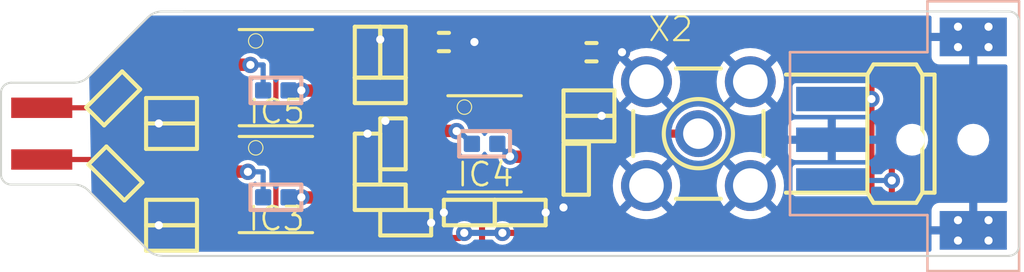
<source format=kicad_pcb>
(kicad_pcb (version 20211014) (generator pcbnew)
  (layers (0 "F.Cu" signal) (31 "B.Cu" signal) (34 "B.Paste" user) (35 "F.Paste" user) (36 "B.SilkS" user "B.Silkscreen") (37 "F.SilkS" user "F.Silkscreen") (38 "B.Mask" user) (39 "F.Mask" user) (44 "Edge.Cuts" user))
  (net 0 "")
  (net 2 "Net-(IC3-Pad2)")
  (net 3 "Net-(X2-Pad1)")
  (net 4 "GND")
  (net 6 "V+")
  (net 7 "V-")
  (net 8 "Net-(IC3-Pad6)")
  (net 11 "Net-(IC4-Pad2)")
  (net 12 "Net-(IC4-Pad3)")
  (net 14 "Net-(IC4-Pad6)")
  (net 17 "Net-(IC5-Pad2)")
  (net 19 "Net-(IC5-Pad6)")
  (net 21 "Net-(J3-PadP$1)")
  (net 22 "Net-(J3-PadP$2)")
  (net 23 "Net-(R20-PadP$2)")
  (net 24 "Net-(R28-PadP$2)")
  (footprint "diff-probe:0402-SQUARE" (layer "F.Cu") (at 129.008058 96.271942 45)
    (fp_text reference "R28")
    (fp_text value "150Ω" hide)
    (fp_line (start 1.25 0.625) (end 1.25 -0.625) (layer "F.SilkS") (width 0.2))
    (fp_line (start -1.25 0.625) (end 1.25 0.625) (layer "F.SilkS") (width 0.2))
    (fp_line (start 1.25 -0.625) (end -1.25 -0.625) (layer "F.SilkS") (width 0.2))
    (fp_line (start -1.25 -0.625) (end -1.25 0.625) (layer "F.SilkS") (width 0.2))
    (pad "P$1" smd roundrect (at -0.625 0 45) (size 0.8 0.8) (layers "F.Cu" "F.Paste" "F.Mask") (roundrect_rratio 0.125) (net 22 "Net-(J3-PadP$2)"))
    (pad "P$2" smd roundrect (at 0.625 0 225) (size 0.8 0.8) (layers "F.Cu" "F.Paste" "F.Mask") (roundrect_rratio 0.125) (net 24 "Net-(R28-PadP$2)"))
  )
  (footprint "diff-probe:CARD_EDGE_PADS-1X2" (layer "F.Cu") (at 125.5011 98.0036 90)
    (fp_text reference "J3" hide)
    (fp_text value "HEADER-1X2CARD-EDGE" hide)
    (pad "P$1" smd rect (at -1.27 0) (size 3 1) (layers "F.Cu" "F.Paste" "F.Mask") (net 21 "Net-(J3-PadP$1)"))
    (pad "P$2" smd rect (at 1.27 0) (size 3 1) (layers "F.Cu" "F.Paste" "F.Mask") (net 22 "Net-(J3-PadP$2)"))
  )
  (footprint "diff-probe:0402-SQUARE" (layer "F.Cu") (at 131.8761 96.8786)
    (fp_text reference "C19")
    (fp_text value "10nF" hide)
    (fp_line (start 1.25 -0.625) (end -1.25 -0.625) (layer "F.SilkS") (width 0.2))
    (fp_line (start -1.25 0.625) (end 1.25 0.625) (layer "F.SilkS") (width 0.2))
    (fp_line (start 1.25 0.625) (end 1.25 -0.625) (layer "F.SilkS") (width 0.2))
    (fp_line (start -1.25 -0.625) (end -1.25 0.625) (layer "F.SilkS") (width 0.2))
    (pad "P$1" smd roundrect (at -0.625 0) (size 0.8 0.8) (layers "F.Cu" "F.Paste" "F.Mask") (roundrect_rratio 0.125) (net 4 "GND"))
    (pad "P$2" smd roundrect (at 0.625 0 180) (size 0.8 0.8) (layers "F.Cu" "F.Paste" "F.Mask") (roundrect_rratio 0.125) (net 7 "V-"))
  )
  (footprint "diff-probe:0402-SQUARE" (layer "F.Cu") (at 131.8761 98.1286)
    (fp_text reference "C20")
    (fp_text value "10nF" hide)
    (fp_line (start -1.25 -0.625) (end -1.25 0.625) (layer "F.SilkS") (width 0.2))
    (fp_line (start -1.25 0.625) (end 1.25 0.625) (layer "F.SilkS") (width 0.2))
    (fp_line (start 1.25 -0.625) (end -1.25 -0.625) (layer "F.SilkS") (width 0.2))
    (fp_line (start 1.25 0.625) (end 1.25 -0.625) (layer "F.SilkS") (width 0.2))
    (pad "P$1" smd roundrect (at -0.625 0) (size 0.8 0.8) (layers "F.Cu" "F.Paste" "F.Mask") (roundrect_rratio 0.125) (net 4 "GND"))
    (pad "P$2" smd roundrect (at 0.625 0 180) (size 0.8 0.8) (layers "F.Cu" "F.Paste" "F.Mask") (roundrect_rratio 0.125) (net 7 "V-"))
  )
  (footprint "diff-probe:0402-SQUARE" (layer "F.Cu") (at 149.0011 101.8786 180)
    (fp_text reference "C24")
    (fp_text value "10nF" hide)
    (fp_line (start -1.25 -0.625) (end -1.25 0.625) (layer "F.SilkS") (width 0.2))
    (fp_line (start 1.25 0.625) (end 1.25 -0.625) (layer "F.SilkS") (width 0.2))
    (fp_line (start 1.25 -0.625) (end -1.25 -0.625) (layer "F.SilkS") (width 0.2))
    (fp_line (start -1.25 0.625) (end 1.25 0.625) (layer "F.SilkS") (width 0.2))
    (pad "P$1" smd roundrect (at -0.625 0 180) (size 0.8 0.8) (layers "F.Cu" "F.Paste" "F.Mask") (roundrect_rratio 0.125) (net 4 "GND"))
    (pad "P$2" smd roundrect (at 0.625 0) (size 0.8 0.8) (layers "F.Cu" "F.Paste" "F.Mask") (roundrect_rratio 0.125) (net 7 "V-"))
  )
  (footprint "diff-probe:0402-SQUARE" (layer "F.Cu") (at 129.12 99.96 -45)
    (fp_text reference "R20")
    (fp_text value "150Ω" hide)
    (fp_line (start -1.25 -0.625) (end -1.25 0.625) (layer "F.SilkS") (width 0.2))
    (fp_line (start -1.25 0.625) (end 1.25 0.625) (layer "F.SilkS") (width 0.2))
    (fp_line (start 1.25 -0.625) (end -1.25 -0.625) (layer "F.SilkS") (width 0.2))
    (fp_line (start 1.25 0.625) (end 1.25 -0.625) (layer "F.SilkS") (width 0.2))
    (pad "P$1" smd roundrect (at -0.625 0 315) (size 0.8 0.8) (layers "F.Cu" "F.Paste" "F.Mask") (roundrect_rratio 0.125) (net 21 "Net-(J3-PadP$1)"))
    (pad "P$2" smd roundrect (at 0.625 0 135) (size 0.8 0.8) (layers "F.Cu" "F.Paste" "F.Mask") (roundrect_rratio 0.125) (net 23 "Net-(R20-PadP$2)"))
  )
  (footprint "diff-probe:SO08" (layer "F.Cu") (at 137.0011 100.5036 -90)
    (fp_text reference "IC3" (at 2.3464 1.4411) (layer "F.SilkS") (effects (font (size 1.143 1.143) (thickness 0.127)) (justify left bottom)))
    (fp_text value "LMH6702")
    (fp_line (start 2.362 1.803) (end 2.362 -1.803) (layer "F.SilkS") (width 0.1524))
    (fp_line (start -2.362 -1.803) (end -2.362 1.803) (layer "F.SilkS") (width 0.1524))
    (fp_circle (center -1.8034 0.9906) (end -1.4478 0.9906) (layer "F.SilkS") (width 0.0508) (fill none))
    (pad "1" smd rect (at -1.905 2.6162 270) (size 0.6096 2.2098) (layers "F.Cu" "F.Paste" "F.Mask"))
    (pad "2" smd rect (at -0.635 2.6162 270) (size 0.6096 2.2098) (layers "F.Cu" "F.Paste" "F.Mask") (net 2 "Net-(IC3-Pad2)"))
    (pad "3" smd rect (at 0.635 2.6162 270) (size 0.6096 2.2098) (layers "F.Cu" "F.Paste" "F.Mask") (net 23 "Net-(R20-PadP$2)"))
    (pad "4" smd rect (at 1.905 2.6162 270) (size 0.6096 2.2098) (layers "F.Cu" "F.Paste" "F.Mask") (net 7 "V-"))
    (pad "5" smd rect (at 1.905 -2.6162 270) (size 0.6096 2.2098) (layers "F.Cu" "F.Paste" "F.Mask"))
    (pad "6" smd rect (at 0.635 -2.6162 270) (size 0.6096 2.2098) (layers "F.Cu" "F.Paste" "F.Mask") (net 8 "Net-(IC3-Pad6)"))
    (pad "7" smd rect (at -0.635 -2.6162 270) (size 0.6096 2.2098) (layers "F.Cu" "F.Paste" "F.Mask") (net 6 "V+"))
    (pad "8" smd rect (at -1.905 -2.6162 270) (size 0.6096 2.2098) (layers "F.Cu" "F.Paste" "F.Mask"))
  )
  (footprint "diff-probe:0402-SQUARE" (layer "F.Cu") (at 143.3761 102.3786)
    (fp_text reference "R26")
    (fp_text value "220Ω" hide)
    (fp_line (start 1.25 -0.625) (end -1.25 -0.625) (layer "F.SilkS") (width 0.2))
    (fp_line (start -1.25 -0.625) (end -1.25 0.625) (layer "F.SilkS") (width 0.2))
    (fp_line (start -1.25 0.625) (end 1.25 0.625) (layer "F.SilkS") (width 0.2))
    (fp_line (start 1.25 0.625) (end 1.25 -0.625) (layer "F.SilkS") (width 0.2))
    (pad "P$1" smd roundrect (at -0.625 0) (size 0.8 0.8) (layers "F.Cu" "F.Paste" "F.Mask") (roundrect_rratio 0.125) (net 12 "Net-(IC4-Pad3)"))
    (pad "P$2" smd roundrect (at 0.625 0 180) (size 0.8 0.8) (layers "F.Cu" "F.Paste" "F.Mask") (roundrect_rratio 0.125) (net 4 "GND"))
  )
  (footprint "diff-probe:0402-SQUARE" (layer "F.Cu") (at 151.7511 99.7536 -90)
    (fp_text reference "R30")
    (fp_text value "50Ω" hide)
    (fp_line (start -1.25 0.625) (end 1.25 0.625) (layer "F.SilkS") (width 0.2))
    (fp_line (start -1.25 -0.625) (end -1.25 0.625) (layer "F.SilkS") (width 0.2))
    (fp_line (start 1.25 0.625) (end 1.25 -0.625) (layer "F.SilkS") (width 0.2))
    (fp_line (start 1.25 -0.625) (end -1.25 -0.625) (layer "F.SilkS") (width 0.2))
    (pad "P$1" smd roundrect (at -0.625 0 270) (size 0.8 0.8) (layers "F.Cu" "F.Paste" "F.Mask") (roundrect_rratio 0.125) (net 14 "Net-(IC4-Pad6)"))
    (pad "P$2" smd roundrect (at 0.625 0 90) (size 0.8 0.8) (layers "F.Cu" "F.Paste" "F.Mask") (roundrect_rratio 0.125) (net 3 "Net-(X2-Pad1)"))
  )
  (footprint "diff-probe:0402-SQUARE" (layer "F.Cu") (at 131.8761 103.1286)
    (fp_text reference "C22")
    (fp_text value "10nF" hide)
    (fp_line (start -1.25 -0.625) (end -1.25 0.625) (layer "F.SilkS") (width 0.2))
    (fp_line (start 1.25 -0.625) (end -1.25 -0.625) (layer "F.SilkS") (width 0.2))
    (fp_line (start -1.25 0.625) (end 1.25 0.625) (layer "F.SilkS") (width 0.2))
    (fp_line (start 1.25 0.625) (end 1.25 -0.625) (layer "F.SilkS") (width 0.2))
    (pad "P$1" smd roundrect (at -0.625 0) (size 0.8 0.8) (layers "F.Cu" "F.Paste" "F.Mask") (roundrect_rratio 0.125) (net 4 "GND"))
    (pad "P$2" smd roundrect (at 0.625 0 180) (size 0.8 0.8) (layers "F.Cu" "F.Paste" "F.Mask") (roundrect_rratio 0.125) (net 7 "V-"))
  )
  (footprint "diff-probe:0402-SQUARE" (layer "F.Cu") (at 152.3761 97.7536)
    (fp_text reference "C18")
    (fp_text value "10nF" hide)
    (fp_line (start 1.25 -0.625) (end -1.25 -0.625) (layer "F.SilkS") (width 0.2))
    (fp_line (start 1.25 0.625) (end 1.25 -0.625) (layer "F.SilkS") (width 0.2))
    (fp_line (start -1.25 0.625) (end 1.25 0.625) (layer "F.SilkS") (width 0.2))
    (fp_line (start -1.25 -0.625) (end -1.25 0.625) (layer "F.SilkS") (width 0.2))
    (pad "P$1" smd roundrect (at -0.625 0) (size 0.8 0.8) (layers "F.Cu" "F.Paste" "F.Mask") (roundrect_rratio 0.125) (net 6 "V+"))
    (pad "P$2" smd roundrect (at 0.625 0 180) (size 0.8 0.8) (layers "F.Cu" "F.Paste" "F.Mask") (roundrect_rratio 0.125) (net 4 "GND"))
  )
  (footprint "diff-probe:0402-SQUARE" (layer "F.Cu") (at 152.3761 96.5036)
    (fp_text reference "C17")
    (fp_text value "10nF" hide)
    (fp_line (start 1.25 0.625) (end 1.25 -0.625) (layer "F.SilkS") (width 0.2))
    (fp_line (start 1.25 -0.625) (end -1.25 -0.625) (layer "F.SilkS") (width 0.2))
    (fp_line (start -1.25 0.625) (end 1.25 0.625) (layer "F.SilkS") (width 0.2))
    (fp_line (start -1.25 -0.625) (end -1.25 0.625) (layer "F.SilkS") (width 0.2))
    (pad "P$1" smd roundrect (at -0.625 0) (size 0.8 0.8) (layers "F.Cu" "F.Paste" "F.Mask") (roundrect_rratio 0.125) (net 6 "V+"))
    (pad "P$2" smd roundrect (at 0.625 0 180) (size 0.8 0.8) (layers "F.Cu" "F.Paste" "F.Mask") (roundrect_rratio 0.125) (net 4 "GND"))
  )
  (footprint "diff-probe:0402-SQUARE" (layer "F.Cu") (at 141.5011 99.2536 90)
    (fp_text reference "C16")
    (fp_text value "10nF" hide)
    (fp_line (start -1.25 -0.625) (end -1.25 0.625) (layer "F.SilkS") (width 0.2))
    (fp_line (start -1.25 0.625) (end 1.25 0.625) (layer "F.SilkS") (width 0.2))
    (fp_line (start 1.25 0.625) (end 1.25 -0.625) (layer "F.SilkS") (width 0.2))
    (fp_line (start 1.25 -0.625) (end -1.25 -0.625) (layer "F.SilkS") (width 0.2))
    (pad "P$1" smd roundrect (at -0.625 0 90) (size 0.8 0.8) (layers "F.Cu" "F.Paste" "F.Mask") (roundrect_rratio 0.125) (net 6 "V+"))
    (pad "P$2" smd roundrect (at 0.625 0 270) (size 0.8 0.8) (layers "F.Cu" "F.Paste" "F.Mask") (roundrect_rratio 0.125) (net 4 "GND"))
  )
  (footprint "diff-probe:0402-SQUARE" (layer "F.Cu") (at 142.1261 101.1286)
    (fp_text reference "R22")
    (fp_text value "1.1kΩ" hide)
    (fp_line (start -1.25 0.625) (end 1.25 0.625) (layer "F.SilkS") (width 0.2))
    (fp_line (start -1.25 -0.625) (end -1.25 0.625) (layer "F.SilkS") (width 0.2))
    (fp_line (start 1.25 0.625) (end 1.25 -0.625) (layer "F.SilkS") (width 0.2))
    (fp_line (start 1.25 -0.625) (end -1.25 -0.625) (layer "F.SilkS") (width 0.2))
    (pad "P$1" smd roundrect (at -0.625 0) (size 0.8 0.8) (layers "F.Cu" "F.Paste" "F.Mask") (roundrect_rratio 0.125) (net 8 "Net-(IC3-Pad6)"))
    (pad "P$2" smd roundrect (at 0.625 0 180) (size 0.8 0.8) (layers "F.Cu" "F.Paste" "F.Mask") (roundrect_rratio 0.125) (net 12 "Net-(IC4-Pad3)"))
  )
  (footprint "diff-probe:0402-SQUARE" (layer "F.Cu") (at 131.8761 101.8786)
    (fp_text reference "C21")
    (fp_text value "10nF" hide)
    (fp_line (start 1.25 0.625) (end 1.25 -0.625) (layer "F.SilkS") (width 0.2))
    (fp_line (start -1.25 0.625) (end 1.25 0.625) (layer "F.SilkS") (width 0.2))
    (fp_line (start -1.25 -0.625) (end -1.25 0.625) (layer "F.SilkS") (width 0.2))
    (fp_line (start 1.25 -0.625) (end -1.25 -0.625) (layer "F.SilkS") (width 0.2))
    (pad "P$1" smd roundrect (at -0.625 0) (size 0.8 0.8) (layers "F.Cu" "F.Paste" "F.Mask") (roundrect_rratio 0.125) (net 4 "GND"))
    (pad "P$2" smd roundrect (at 0.625 0 180) (size 0.8 0.8) (layers "F.Cu" "F.Paste" "F.Mask") (roundrect_rratio 0.125) (net 7 "V-"))
  )
  (footprint "diff-probe:0402-SQUARE" (layer "F.Cu") (at 141.5011 94.0036 90)
    (fp_text reference "C13")
    (fp_text value "10nF" hide)
    (fp_line (start -1.25 -0.625) (end -1.25 0.625) (layer "F.SilkS") (width 0.2))
    (fp_line (start 1.25 0.625) (end 1.25 -0.625) (layer "F.SilkS") (width 0.2))
    (fp_line (start -1.25 0.625) (end 1.25 0.625) (layer "F.SilkS") (width 0.2))
    (fp_line (start 1.25 -0.625) (end -1.25 -0.625) (layer "F.SilkS") (width 0.2))
    (pad "P$1" smd roundrect (at -0.625 0 90) (size 0.8 0.8) (layers "F.Cu" "F.Paste" "F.Mask") (roundrect_rratio 0.125) (net 6 "V+"))
    (pad "P$2" smd roundrect (at 0.625 0 270) (size 0.8 0.8) (layers "F.Cu" "F.Paste" "F.Mask") (roundrect_rratio 0.125) (net 4 "GND"))
  )
  (footprint "diff-probe:SO08" (layer "F.Cu") (at 137.0011 95.2536 -90)
    (fp_text reference "IC5" (at 2.3364 1.4211) (layer "F.SilkS") (effects (font (size 1.143 1.143) (thickness 0.127)) (justify left bottom)))
    (fp_text value "LMH6702")
    (fp_line (start 2.362 1.803) (end 2.362 -1.803) (layer "F.SilkS") (width 0.1524))
    (fp_line (start -2.362 -1.803) (end -2.362 1.803) (layer "F.SilkS") (width 0.1524))
    (fp_circle (center -1.8034 0.9906) (end -1.4478 0.9906) (layer "F.SilkS") (width 0.0508) (fill none))
    (pad "1" smd rect (at -1.905 2.6162 270) (size 0.6096 2.2098) (layers "F.Cu" "F.Paste" "F.Mask"))
    (pad "2" smd rect (at -0.635 2.6162 270) (size 0.6096 2.2098) (layers "F.Cu" "F.Paste" "F.Mask") (net 17 "Net-(IC5-Pad2)"))
    (pad "3" smd rect (at 0.635 2.6162 270) (size 0.6096 2.2098) (layers "F.Cu" "F.Paste" "F.Mask") (net 24 "Net-(R28-PadP$2)"))
    (pad "4" smd rect (at 1.905 2.6162 270) (size 0.6096 2.2098) (layers "F.Cu" "F.Paste" "F.Mask") (net 7 "V-"))
    (pad "5" smd rect (at 1.905 -2.6162 270) (size 0.6096 2.2098) (layers "F.Cu" "F.Paste" "F.Mask"))
    (pad "6" smd rect (at 0.635 -2.6162 270) (size 0.6096 2.2098) (layers "F.Cu" "F.Paste" "F.Mask") (net 19 "Net-(IC5-Pad6)"))
    (pad "7" smd rect (at -0.635 -2.6162 270) (size 0.6096 2.2098) (layers "F.Cu" "F.Paste" "F.Mask") (net 6 "V+"))
    (pad "8" smd rect (at -1.905 -2.6162 270) (size 0.6096 2.2098) (layers "F.Cu" "F.Paste" "F.Mask"))
  )
  (footprint "diff-probe:0402-SQUARE" (layer "F.Cu") (at 142.7511 94.0036 90)
    (fp_text reference "C14")
    (fp_text value "10nF" hide)
    (fp_line (start 1.25 -0.625) (end -1.25 -0.625) (layer "F.SilkS") (width 0.2))
    (fp_line (start -1.25 -0.625) (end -1.25 0.625) (layer "F.SilkS") (width 0.2))
    (fp_line (start 1.25 0.625) (end 1.25 -0.625) (layer "F.SilkS") (width 0.2))
    (fp_line (start -1.25 0.625) (end 1.25 0.625) (layer "F.SilkS") (width 0.2))
    (pad "P$1" smd roundrect (at -0.625 0 90) (size 0.8 0.8) (layers "F.Cu" "F.Paste" "F.Mask") (roundrect_rratio 0.125) (net 6 "V+"))
    (pad "P$2" smd roundrect (at 0.625 0 270) (size 0.8 0.8) (layers "F.Cu" "F.Paste" "F.Mask") (roundrect_rratio 0.125) (net 4 "GND"))
  )
  (footprint "diff-probe:BU-SMA-H" (layer "F.Cu") (at 157.7511 98.0036)
    (fp_text reference "X2" (at -2.54 -4.445) (layer "F.SilkS") (effects (font (size 1.1684 1.1684) (thickness 0.1016)) (justify left bottom)))
    (fp_text value "SMA--BU-SMA-H")
    (fp_line (start 8.3 2.9) (end 8.3 -2.9) (layer "F.SilkS") (width 0.2))
    (fp_line (start 8.3 2.9) (end 8.6 3.4) (layer "F.SilkS") (width 0.2))
    (fp_line (start 8.6 -3.4) (end 10.7 -3.4) (layer "F.SilkS") (width 0.2))
    (fp_line (start 8.6 3.4) (end 10.7 3.4) (layer "F.SilkS") (width 0.2))
    (fp_line (start 4.3 -2.9) (end 8.3 -2.9) (layer "F.SilkS") (width 0.2))
    (fp_line (start 3.2 -1.1) (end 3.2 1.1) (layer "F.SilkS") (width 0.2))
    (fp_line (start 11 -2.9) (end 11.6 -2.9) (layer "F.SilkS") (width 0.2))
    (fp_line (start 1.1 3.2) (end -1.1 3.2) (layer "F.SilkS") (width 0.2))
    (fp_line (start 4.3 2.9) (end 8.3 2.9) (layer "F.SilkS") (width 0.2))
    (fp_line (start 8.3 -2.9) (end 8.6 -3.4) (layer "F.SilkS") (width 0.2))
    (fp_line (start 10.7 3.4) (end 11 2.9) (layer "F.SilkS") (width 0.2))
    (fp_line (start -3.2 1.1) (end -3.2 -1.1) (layer "F.SilkS") (width 0.2))
    (fp_line (start 11.6 2.9) (end 11.6 -2.9) (layer "F.SilkS") (width 0.2))
    (fp_line (start 11 2.9) (end 11.6 2.9) (layer "F.SilkS") (width 0.2))
    (fp_line (start 10.7 -3.4) (end 11 -2.9) (layer "F.SilkS") (width 0.2))
    (fp_line (start 11 2.9) (end 11 -2.9) (layer "F.SilkS") (width 0.2))
    (fp_line (start -1.1 -3.2) (end 1.1 -3.2) (layer "F.SilkS") (width 0.2))
    (fp_circle (center 0 0) (end 1.7 0) (layer "F.SilkS") (width 0.2) (fill none))
    (pad "1" thru_hole circle (at 0 0) (size 2.3 2.3) (drill 1.5) (layers *.Cu *.Mask) (net 3 "Net-(X2-Pad1)"))
    (pad "2" thru_hole circle (at -2.5499 -2.5499) (size 2.5 2.5) (drill 1.7) (layers *.Cu *.Mask) (net 4 "GND"))
    (pad "3" thru_hole circle (at 2.5499 -2.5499) (size 2.5 2.5) (drill 1.7) (layers *.Cu *.Mask) (net 4 "GND"))
    (pad "4" thru_hole circle (at 2.5499 2.5499) (size 2.5 2.5) (drill 1.7) (layers *.Cu *.Mask) (net 4 "GND"))
    (pad "5" thru_hole circle (at -2.5499 2.5499) (size 2.5 2.5) (drill 1.7) (layers *.Cu *.Mask) (net 4 "GND"))
  )
  (footprint "diff-probe:0603" (layer "F.Cu") (at 145.2511 93.5036 180)
    (fp_text reference "C54")
    (fp_text value "1µF" hide)
    (fp_line (start -0.25 0.45) (end 0.25 0.45) (layer "F.SilkS") (width 0.2))
    (fp_line (start -0.25 -0.45) (end 0.25 -0.45) (layer "F.SilkS") (width 0.2))
    (pad "1" smd rect (at -0.85 0 180) (size 1 1.1) (layers "F.Cu" "F.Paste" "F.Mask") (net 4 "GND"))
    (pad "2" smd rect (at 0.85 0 180) (size 1 1.1) (layers "F.Cu" "F.Paste" "F.Mask") (net 7 "V-"))
  )
  (footprint "diff-probe:0603" (layer "F.Cu") (at 152.5011 94.0036)
    (fp_text reference "C52")
    (fp_text value "1µF" hide)
    (fp_line (start -0.25 0.45) (end 0.25 0.45) (layer "F.SilkS") (width 0.2))
    (fp_line (start -0.25 -0.45) (end 0.25 -0.45) (layer "F.SilkS") (width 0.2))
    (pad "1" smd rect (at -0.85 0) (size 1 1.1) (layers "F.Cu" "F.Paste" "F.Mask") (net 6 "V+"))
    (pad "2" smd rect (at 0.85 0) (size 1 1.1) (layers "F.Cu" "F.Paste" "F.Mask") (net 4 "GND"))
  )
  (footprint "diff-probe:SO08" (layer "F.Cu") (at 147.2511 98.5036 -90)
    (fp_text reference "IC4" (at 2.1764 1.4311) (layer "F.SilkS") (effects (font (size 1.143 1.143) (thickness 0.127)) (justify left bottom)))
    (fp_text value "LMH6702")
    (fp_line (start 2.362 1.803) (end 2.362 -1.803) (layer "F.SilkS") (width 0.1524))
    (fp_line (start -2.362 -1.803) (end -2.362 1.803) (layer "F.SilkS") (width 0.1524))
    (fp_circle (center -1.8034 0.9906) (end -1.4478 0.9906) (layer "F.SilkS") (width 0.0508) (fill none))
    (pad "1" smd rect (at -1.905 2.6162 270) (size 0.6096 2.2098) (layers "F.Cu" "F.Paste" "F.Mask"))
    (pad "2" smd rect (at -0.635 2.6162 270) (size 0.6096 2.2098) (layers "F.Cu" "F.Paste" "F.Mask") (net 11 "Net-(IC4-Pad2)"))
    (pad "3" smd rect (at 0.635 2.6162 270) (size 0.6096 2.2098) (layers "F.Cu" "F.Paste" "F.Mask") (net 12 "Net-(IC4-Pad3)"))
    (pad "4" smd rect (at 1.905 2.6162 270) (size 0.6096 2.2098) (layers "F.Cu" "F.Paste" "F.Mask") (net 7 "V-"))
    (pad "5" smd rect (at 1.905 -2.6162 270) (size 0.6096 2.2098) (layers "F.Cu" "F.Paste" "F.Mask"))
    (pad "6" smd rect (at 0.635 -2.6162 270) (size 0.6096 2.2098) (layers "F.Cu" "F.Paste" "F.Mask") (net 14 "Net-(IC4-Pad6)"))
    (pad "7" smd rect (at -0.635 -2.6162 270) (size 0.6096 2.2098) (layers "F.Cu" "F.Paste" "F.Mask") (net 6 "V+"))
    (pad "8" smd rect (at -1.905 -2.6162 270) (size 0.6096 2.2098) (layers "F.Cu" "F.Paste" "F.Mask"))
  )
  (footprint "diff-probe:0402-SQUARE" (layer "F.Cu") (at 142.7511 98.5036 90)
    (fp_text reference "C15")
    (fp_text value "10nF" hide)
    (fp_line (start 1.25 -0.625) (end -1.25 -0.625) (layer "F.SilkS") (width 0.2))
    (fp_line (start -1.25 0.625) (end 1.25 0.625) (layer "F.SilkS") (width 0.2))
    (fp_line (start 1.25 0.625) (end 1.25 -0.625) (layer "F.SilkS") (width 0.2))
    (fp_line (start -1.25 -0.625) (end -1.25 0.625) (layer "F.SilkS") (width 0.2))
    (pad "P$1" smd roundrect (at -0.625 0 90) (size 0.8 0.8) (layers "F.Cu" "F.Paste" "F.Mask") (roundrect_rratio 0.125) (net 6 "V+"))
    (pad "P$2" smd roundrect (at 0.625 0 270) (size 0.8 0.8) (layers "F.Cu" "F.Paste" "F.Mask") (roundrect_rratio 0.125) (net 4 "GND"))
  )
  (footprint "diff-probe:0402-SQUARE" (layer "F.Cu") (at 146.5011 101.8786)
    (fp_text reference "C23")
    (fp_text value "10nF" hide)
    (fp_line (start -1.25 0.625) (end 1.25 0.625) (layer "F.SilkS") (width 0.2))
    (fp_line (start 1.25 -0.625) (end -1.25 -0.625) (layer "F.SilkS") (width 0.2))
    (fp_line (start 1.25 0.625) (end 1.25 -0.625) (layer "F.SilkS") (width 0.2))
    (fp_line (start -1.25 -0.625) (end -1.25 0.625) (layer "F.SilkS") (width 0.2))
    (pad "P$1" smd roundrect (at -0.625 0) (size 0.8 0.8) (layers "F.Cu" "F.Paste" "F.Mask") (roundrect_rratio 0.125) (net 4 "GND"))
    (pad "P$2" smd roundrect (at 0.625 0 180) (size 0.8 0.8) (layers "F.Cu" "F.Paste" "F.Mask") (roundrect_rratio 0.125) (net 7 "V-"))
  )
  (footprint "diff-probe:0402-SQUARE" (layer "F.Cu") (at 142.1261 95.8786)
    (fp_text reference "R32")
    (fp_text value "1.1kΩ" hide)
    (fp_line (start -1.25 0.625) (end 1.25 0.625) (layer "F.SilkS") (width 0.2))
    (fp_line (start 1.25 0.625) (end 1.25 -0.625) (layer "F.SilkS") (width 0.2))
    (fp_line (start 1.25 -0.625) (end -1.25 -0.625) (layer "F.SilkS") (width 0.2))
    (fp_line (start -1.25 -0.625) (end -1.25 0.625) (layer "F.SilkS") (width 0.2))
    (pad "P$1" smd roundrect (at -0.625 0) (size 0.8 0.8) (layers "F.Cu" "F.Paste" "F.Mask") (roundrect_rratio 0.125) (net 19 "Net-(IC5-Pad6)"))
    (pad "P$2" smd roundrect (at 0.625 0 180) (size 0.8 0.8) (layers "F.Cu" "F.Paste" "F.Mask") (roundrect_rratio 0.125) (net 11 "Net-(IC4-Pad2)"))
  )
  (footprint "diff-probe:AMP-29173-3-NARROW" (layer "B.Cu") (at 173.5011 98.0036 -90)
    (fp_text reference "J4")
    (fp_text value "CON-1X3-TAB-AMP-29173-3-NARROW" hide)
    (fp_line (start -6.5 4.5) (end -4 4.5) (layer "B.SilkS") (width 0.127))
    (fp_line (start 4 4.5) (end 6.75 4.5) (layer "B.SilkS") (width 0.127))
    (fp_line (start -4 11.25) (end 4 11.25) (layer "B.SilkS") (width 0.127))
    (fp_line (start 4 11.25) (end 4 4.5) (layer "B.SilkS") (width 0.127))
    (fp_line (start -6.5 0) (end -6.5 4.5) (layer "B.SilkS") (width 0.127))
    (fp_line (start 6.75 4.5) (end 6.75 0) (layer "B.SilkS") (width 0.127))
    (fp_line (start 6.75 0) (end -6.5 0) (layer "B.SilkS") (width 0.127))
    (fp_line (start -4 4.5) (end -4 11.25) (layer "B.SilkS") (width 0.127))
    (pad "" np_thru_hole circle (at 0.3 2.25 270) (size 1.2 1.2) (drill 1.2) (layers *.Cu *.Mask))
    (pad "" np_thru_hole circle (at 0.3 5.25 270) (size 1.2 1.2) (drill 1.2) (layers *.Cu *.Mask))
    (pad "1" smd rect (at -1.7 9.2 270) (size 1.2 3.5) (layers "B.Cu" "B.Paste" "B.Mask") (net 6 "V+"))
    (pad "2" smd rect (at 0.3 9.2 270) (size 1.2 3.5) (layers "B.Cu" "B.Paste" "B.Mask") (net 4 "GND"))
    (pad "3" smd rect (at 2.3 9.2 270) (size 1.2 3.5) (layers "B.Cu" "B.Paste" "B.Mask") (net 7 "V-"))
    (pad "P$4" smd rect (at 4.75 2.25 270) (size 1.9 3.3) (layers "B.Cu" "B.Paste" "B.Mask") (net 4 "GND"))
    (pad "P$5" smd rect (at -4.75 2.25 270) (size 1.9 3.3) (layers "B.Cu" "B.Paste" "B.Mask") (net 4 "GND"))
  )
  (footprint "diff-probe:0402-SQUARE" (layer "B.Cu") (at 137.0011 101.1286)
    (fp_text reference "R27")
    (fp_text value "220Ω" hide)
    (fp_line (start -1.25 0.625) (end -1.25 -0.625) (layer "B.SilkS") (width 0.2))
    (fp_line (start 1.25 0.625) (end -1.25 0.625) (layer "B.SilkS") (width 0.2))
    (fp_line (start 1.25 -0.625) (end 1.25 0.625) (layer "B.SilkS") (width 0.2))
    (fp_line (start -1.25 -0.625) (end 1.25 -0.625) (layer "B.SilkS") (width 0.2))
    (pad "P$1" smd roundrect (at -0.625 0) (size 0.8 0.8) (layers "B.Cu" "B.Paste" "B.Mask") (roundrect_rratio 0.125) (net 2 "Net-(IC3-Pad2)"))
    (pad "P$2" smd roundrect (at 0.625 0 180) (size 0.8 0.8) (layers "B.Cu" "B.Paste" "B.Mask") (roundrect_rratio 0.125) (net 8 "Net-(IC3-Pad6)"))
  )
  (footprint "diff-probe:0402-SQUARE" (layer "B.Cu") (at 137.0011 95.8786)
    (fp_text reference "R37")
    (fp_text value "220Ω" hide)
    (fp_line (start -1.25 0.625) (end -1.25 -0.625) (layer "B.SilkS") (width 0.2))
    (fp_line (start 1.25 0.625) (end -1.25 0.625) (layer "B.SilkS") (width 0.2))
    (fp_line (start 1.25 -0.625) (end 1.25 0.625) (layer "B.SilkS") (width 0.2))
    (fp_line (start -1.25 -0.625) (end 1.25 -0.625) (layer "B.SilkS") (width 0.2))
    (pad "P$1" smd roundrect (at -0.625 0) (size 0.8 0.8) (layers "B.Cu" "B.Paste" "B.Mask") (roundrect_rratio 0.125) (net 17 "Net-(IC5-Pad2)"))
    (pad "P$2" smd roundrect (at 0.625 0 180) (size 0.8 0.8) (layers "B.Cu" "B.Paste" "B.Mask") (roundrect_rratio 0.125) (net 19 "Net-(IC5-Pad6)"))
  )
  (footprint "diff-probe:0402-SQUARE" (layer "B.Cu") (at 147.2511 98.5036)
    (fp_text reference "R38")
    (fp_text value "220Ω" hide)
    (fp_line (start -1.25 0.625) (end -1.25 -0.625) (layer "B.SilkS") (width 0.2))
    (fp_line (start -1.25 -0.625) (end 1.25 -0.625) (layer "B.SilkS") (width 0.2))
    (fp_line (start 1.25 -0.625) (end 1.25 0.625) (layer "B.SilkS") (width 0.2))
    (fp_line (start 1.25 0.625) (end -1.25 0.625) (layer "B.SilkS") (width 0.2))
    (pad "P$1" smd roundrect (at -0.625 0) (size 0.8 0.8) (layers "B.Cu" "B.Paste" "B.Mask") (roundrect_rratio 0.125) (net 11 "Net-(IC4-Pad2)"))
    (pad "P$2" smd roundrect (at 0.625 0 180) (size 0.8 0.8) (layers "B.Cu" "B.Paste" "B.Mask") (roundrect_rratio 0.125) (net 14 "Net-(IC4-Pad6)"))
  )
  (gr_arc (start 130.708206 92.296494) (mid 131.032629 92.079721) (end 131.415312 92.0036) (layer "Edge.Cuts") (width 0.1))
  (gr_line (start 123.5011 100.0036) (end 123.5011 96.0036) (layer "Edge.Cuts") (width 0.1))
  (gr_arc (start 173.5011 103.5036) (mid 173.354653 103.857153) (end 173.0011 104.0036) (layer "Edge.Cuts") (width 0.1))
  (gr_line (start 131.44 104.01) (end 173.01 104.01) (layer "Edge.Cuts") (width 0.1))
  (gr_arc (start 127.793992 95.210707) (mid 127.46957 95.42748) (end 127.086887 95.5036) (layer "Edge.Cuts") (width 0.1))
  (gr_line (start 130.708206 92.296494) (end 127.793993 95.210707) (layer "Edge.Cuts") (width 0.1))
  (gr_line (start 132.45 92) (end 172.05 92) (layer "Edge.Cuts") (width 0.1))
  (gr_arc (start 124.0011 100.5036) (mid 123.647547 100.357153) (end 123.5011 100.0036) (layer "Edge.Cuts") (width 0.1))
  (gr_line (start 173.5011 103.5036) (end 173.5011 92.5036) (layer "Edge.Cuts") (width 0.1))
  (gr_line (start 132.5011 92.0036) (end 131.415312 92.0036) (layer "Edge.Cuts") (width 0.1))
  (gr_line (start 127.793993 100.796494) (end 130.708206 103.710707) (layer "Edge.Cuts") (width 0.1))
  (gr_arc (start 173.0011 92.0036) (mid 173.354653 92.150047) (end 173.5011 92.5036) (layer "Edge.Cuts") (width 0.1))
  (gr_line (start 173.0011 92.0036) (end 172.0011 92.0036) (layer "Edge.Cuts") (width 0.1))
  (gr_line (start 124.0011 100.5036) (end 127.086887 100.5036) (layer "Edge.Cuts") (width 0.1))
  (gr_arc (start 123.5011 96.0036) (mid 123.647547 95.650047) (end 124.0011 95.5036) (layer "Edge.Cuts") (width 0.1))
  (gr_arc (start 127.086887 100.5036) (mid 127.46957 100.579721) (end 127.793993 100.796495) (layer "Edge.Cuts") (width 0.1))
  (gr_line (start 127.086887 95.5036) (end 124.0011 95.5036) (layer "Edge.Cuts") (width 0.1))
  (gr_arc (start 131.415312 104.0036) (mid 131.032629 103.92748) (end 130.708207 103.710707) (layer "Edge.Cuts") (width 0.1))
  (gr_text "B" (at 150.5011 95.3786 90) (layer "F.Cu") (effects (font (size 1.016 1.016) (thickness 0.254)) (justify left bottom)))
  (segment (start 135.6261 99.8786) (end 134.3949 99.8786) (width 0.254) (layer "F.Cu") (net 2))
  (segment (start 134.3949 99.8786) (end 134.3849 99.8686) (width 0.254) (layer "F.Cu") (net 2))
  (via (at 135.6261 99.8786) (size 0.8) (drill 0.4) (layers "F.Cu" "B.Cu") (net 2))
  (segment (start 136.3761 99.8786) (end 135.6261 99.8786) (width 0.254) (layer "B.Cu") (net 2))
  (segment (start 136.3761 101.1286) (end 136.3761 99.8786) (width 0.254) (layer "B.Cu") (net 2))
  (segment (start 152.3714 100.3786) (end 151.7511 100.3786) (width 0.4) (layer "F.Cu") (net 3))
  (segment (start 157.7511 98.0036) (end 154.7464 98.0036) (width 0.4) (layer "F.Cu") (net 3))
  (segment (start 154.7464 98.0036) (end 152.3714 100.3786) (width 0.4) (layer "F.Cu") (net 3))
  (segment (start 131.2511 102.5036) (end 131.2511 103.1286) (width 0.254) (layer "F.Cu") (net 4))
  (segment (start 141.5011 98.0036) (end 141.5011 98.6286) (width 0.254) (layer "F.Cu") (net 4))
  (segment (start 142.7511 93.3786) (end 142.1261 93.3786) (width 0.254) (layer "F.Cu") (net 4))
  (segment (start 131.2511 97.5036) (end 131.2511 96.8786) (width 0.254) (layer "F.Cu") (net 4))
  (segment (start 142.7511 97.8786) (end 142.3761 97.5036) (width 0.254) (layer "F.Cu") (net 4))
  (segment (start 153.3511 94.0036) (end 154.0011 94.0036) (width 0.254) (layer "F.Cu") (net 4))
  (segment (start 146.7511 93.5036) (end 146.1011 93.5036) (width 0.3) (layer "F.Cu") (net 4))
  (segment (start 131.2511 98.1286) (end 131.2511 97.5036) (width 0.254) (layer "F.Cu") (net 4))
  (segment (start 151.1261 101.6286) (end 151.7511 101.6286) (width 0.254) (layer "F.Cu") (net 4))
  (segment (start 142.3761 97.5036) (end 142.3761 97.3786) (width 0.254) (layer "F.Cu") (net 4))
  (segment (start 144.0011 102.3786) (end 144.6261 102.3786) (width 0.254) (layer "F.Cu") (net 4))
  (segment (start 131.2511 101.8786) (end 131.2511 102.5036) (width 0.4) (layer "F.Cu") (net 4))
  (segment (start 150.2511 101.8786) (end 149.6261 101.8786) (width 0.254) (layer "F.Cu") (net 4))
  (segment (start 145.8761 101.8786) (end 145.2511 101.8786) (width 0.254) (layer "F.Cu") (net 4))
  (segment (start 142.1261 93.3786) (end 141.5011 93.3786) (width 0.254) (layer "F.Cu") (net 4))
  (via (at 172.0011 93.7536) (size 0.8) (drill 0.4) (layers "F.Cu" "B.Cu") (net 4))
  (via (at 170.5011 103.2536) (size 0.8) (drill 0.4) (layers "F.Cu" "B.Cu") (net 4))
  (via (at 172.0011 102.2536) (size 0.8) (drill 0.4) (layers "F.Cu" "B.Cu") (net 4))
  (via (at 145.2511 101.8786) (size 0.8) (drill 0.4) (layers "F.Cu" "B.Cu") (net 4))
  (via (at 170.5011 93.7536) (size 0.8) (drill 0.4) (layers "F.Cu" "B.Cu") (net 4))
  (via (at 172.0011 103.2536) (size 0.8) (drill 0.4) (layers "F.Cu" "B.Cu") (net 4))
  (via (at 131.2511 97.5036) (size 0.8) (drill 0.4) (layers "F.Cu" "B.Cu") (net 4))
  (via (at 170.5011 92.7536) (size 0.8) (drill 0.4) (layers "F.Cu" "B.Cu") (net 4))
  (via (at 150.2511 101.8786) (size 0.8) (drill 0.4) (layers "F.Cu" "B.Cu") (net 4))
  (via (at 172.0011 92.7536) (size 0.8) (drill 0.4) (layers "F.Cu" "B.Cu") (net 4))
  (via (at 154.0011 94.0036) (size 0.8) (drill 0.4) (layers "F.Cu" "B.Cu") (net 4))
  (via (at 170.5011 102.2536) (size 0.8) (drill 0.4) (layers "F.Cu" "B.Cu") (net 4))
  (via (at 131.2511 102.5036) (size 0.8) (drill 0.4) (layers "F.Cu" "B.Cu") (net 4))
  (via (at 153.0011 97.1286) (size 0.8) (drill 0.4) (layers "F.Cu" "B.Cu") (net 4))
  (via (at 144.6261 102.3786) (size 0.8) (drill 0.4) (layers "F.Cu" "B.Cu") (net 4))
  (via (at 151.1261 101.6286) (size 0.8) (drill 0.4) (layers "F.Cu" "B.Cu") (net 4))
  (via (at 142.3761 97.3786) (size 0.8) (drill 0.4) (layers "F.Cu" "B.Cu") (net 4))
  (via (at 146.7511 93.5036) (size 0.8) (drill 0.4) (layers "F.Cu" "B.Cu") (net 4))
  (via (at 142.1261 93.3786) (size 0.8) (drill 0.4) (layers "F.Cu" "B.Cu") (net 4))
  (via (at 141.5011 98.0036) (size 0.8) (drill 0.4) (layers "F.Cu" "B.Cu") (net 4))
  (segment (start 172.0011 92.7536) (end 171.2511 93.2536) (width 0.254) (layer "B.Cu") (net 4))
  (segment (start 172.0011 102.2536) (end 171.2511 102.7536) (width 0.254) (layer "B.Cu") (net 4))
  (segment (start 170.5011 103.2536) (end 171.2511 102.7536) (width 0.254) (layer "B.Cu") (net 4))
  (segment (start 170.5011 93.7536) (end 171.2511 93.2536) (width 0.254) (layer "B.Cu") (net 4))
  (segment (start 172.0011 93.7536) (end 171.2511 93.2536) (width 0.254) (layer "B.Cu") (net 4))
  (segment (start 170.5011 92.7536) (end 171.2511 93.2536) (width 0.254) (layer "B.Cu") (net 4))
  (segment (start 172.0011 103.2536) (end 172.0011 102.2536) (width 0.254) (layer "B.Cu") (net 4))
  (segment (start 170.5011 102.2536) (end 171.2511 102.7536) (width 0.254) (layer "B.Cu") (net 4))
  (segment (start 138.7411 99.8686) (end 138.2511 99.8786) (width 0.254) (layer "F.Cu") (net 6))
  (segment (start 141.5011 94.6286) (end 141.2411 94.6186) (width 0.254) (layer "F.Cu") (net 6))
  (segment (start 149.8673 97.8686) (end 151.6361 97.8686) (width 0.254) (layer "F.Cu") (net 6))
  (segment (start 165.3761 102.8786) (end 166.2511 102.0036) (width 0.3) (layer "F.Cu") (net 6))
  (segment (start 151.7511 94.0036) (end 152.7511 93.0036) (width 0.3) (layer "F.Cu") (net 6))
  (segment (start 141.5011 99.8786) (end 142.0011 99.8786) (width 0.254) (layer "F.Cu") (net 6))
  (segment (start 141.2411 94.6186) (end 139.6173 94.6186) (width 0.4) (layer "F.Cu") (net 6))
  (segment (start 165.7511 93.0036) (end 152.7511 93.0036) (width 0.3) (layer "F.Cu") (net 6))
  (segment (start 148.7511 94.0036) (end 151.6511 94.0036) (width 0.3) (layer "F.Cu") (net 6))
  (segment (start 151.6361 97.8686) (end 151.7511 97.7536) (width 0.254) (layer "F.Cu") (net 6))
  (segment (start 137.6261 99.8786) (end 137.0011 100.5036) (width 0.254) (layer "F.Cu") (net 6))
  (segment (start 151.6511 94.0036) (end 151.7511 94.0036) (width 0.254) (layer "F.Cu") (net 6))
  (segment (start 139.6273 99.8786) (end 139.6173 99.8686) (width 0.254) (layer "F.Cu") (net 6))
  (segment (start 166.2511 93.5036) (end 165.7511 93.0036) (width 0.3) (layer "F.Cu") (net 6))
  (segment (start 148.3761 94.6286) (end 148.7511 94.0036) (width 0.3) (layer "F.Cu") (net 6))
  (segment (start 166.2511 102.0036) (end 166.2511 96.3036) (width 0.3) (layer "F.Cu") (net 6))
  (segment (start 141.5011 99.8786) (end 139.6273 99.8786) (width 0.254) (layer "F.Cu") (net 6))
  (segment (start 138.2511 99.8786) (end 137.6261 99.8786) (width 0.254) (layer "F.Cu") (net 6))
  (segment (start 146.0011 103.1286) (end 146.2511 102.8786) (width 0.3) (layer "F.Cu") (net 6))
  (segment (start 137.0011 100.5036) (end 137.0011 102.7536) (width 0.254) (layer "F.Cu") (net 6))
  (segment (start 166.2511 96.3036) (end 166.2511 93.5036) (width 0.3) (layer "F.Cu") (net 6))
  (segment (start 139.6173 99.8686) (end 138.7411 99.8686) (width 0.254) (layer "F.Cu") (net 6))
  (segment (start 151.7511 97.7536) (end 151.7511 96.5036) (width 0.254) (layer "F.Cu") (net 6))
  (segment (start 148.1261 102.8786) (end 165.3761 102.8786) (width 0.3) (layer "F.Cu") (net 6))
  (segment (start 137.0011 102.7536) (end 137.3761 103.1286) (width 0.3) (layer "F.Cu") (net 6))
  (segment (start 151.7511 96.5036) (end 151.7511 94.0036) (width 0.254) (layer "F.Cu") (net 6))
  (segment (start 142.0011 99.8786) (end 142.7511 99.1286) (width 0.254) (layer "F.Cu") (net 6))
  (segment (start 141.5011 94.6286) (end 142.7511 94.6286) (width 0.4) (layer "F.Cu") (net 6))
  (segment (start 142.7511 94.6286) (end 148.3761 94.6286) (width 0.3) (layer "F.Cu") (net 6))
  (segment (start 137.3761 103.1286) (end 146.0011 103.1286) (width 0.3) (layer "F.Cu") (net 6))
  (via (at 146.2511 102.8786) (size 0.8) (drill 0.4) (layers "F.Cu" "B.Cu") (net 6))
  (via (at 148.1261 102.8786) (size 0.8) (drill 0.4) (layers "F.Cu" "B.Cu") (net 6))
  (via (at 166.2511 96.3036) (size 0.8) (drill 0.4) (layers "F.Cu" "B.Cu") (net 6))
  (segment (start 146.2511 102.8786) (end 148.1261 102.8786) (width 0.3) (layer "B.Cu") (net 6))
  (segment (start 164.3011 96.3036) (end 166.2511 96.3036) (width 0.254) (layer "B.Cu") (net 6))
  (segment (start 167.2511 102.2536) (end 167.2511 100.3036) (width 0.3) (layer "F.Cu") (net 7))
  (segment (start 135.1261 102.3786) (end 136.3761 103.6286) (width 0.3) (layer "F.Cu") (net 7))
  (segment (start 132.5011 102.3786) (end 132.5011 101.8786) (width 0.4) (layer "F.Cu") (net 7))
  (segment (start 132.5011 98.1286) (end 132.5011 96.8786) (width 0.4) (layer "F.Cu") (net 7))
  (segment (start 167.2511 93.5036) (end 166.1261 92.3786) (width 0.3) (layer "F.Cu") (net 7))
  (segment (start 147.1261 101.8786) (end 147.1261 103.6286) (width 0.3) (layer "F.Cu") (net 7))
  (segment (start 132.5011 101.8786) (end 132.5011 103.1286) (width 0.4) (layer "F.Cu") (net 7))
  (segment (start 134.3849 97.1586) (end 132.5011 97.1586) (width 0.4) (layer "F.Cu") (net 7))
  (segment (start 134.3849 102.4086) (end 135.1261 102.4086) (width 0.4) (layer "F.Cu") (net 7))
  (segment (start 136.4711 97.1586) (end 137.0011 96.6286) (width 0.254) (layer "F.Cu") (net 7))
  (segment (start 144.6349 100.4086) (end 146.7811 100.4086) (width 0.4) (layer "F.Cu") (net 7))
  (segment (start 165.8761 103.6286) (end 147.1261 103.6286) (width 0.3) (layer "F.Cu") (net 7))
  (segment (start 135.1261 102.4086) (end 135.1261 102.3786) (width 0.4) (layer "F.Cu") (net 7))
  (segment (start 146.7811 100.4086) (end 147.1261 100.7536) (width 0.4) (layer "F.Cu") (net 7))
  (segment (start 134.3849 102.4086) (end 132.5011 102.4086) (width 0.4) (layer "F.Cu") (net 7))
  (segment (start 147.1261 101.8786) (end 148.3761 101.8786) (width 0.4) (layer "F.Cu") (net 7))
  (segment (start 144.4011 93.5036) (end 144.4011 92.6036) (width 0.3) (layer "F.Cu") (net 7))
  (segment (start 144.4011 92.6036) (end 144.5011 92.3786) (width 0.254) (layer "F.Cu") (net 7))
  (segment (start 132.5011 102.4086) (end 132.5011 103.1286) (width 0.4) (layer "F.Cu") (net 7))
  (segment (start 144.5011 92.3786) (end 166.1261 92.3786) (width 0.3) (layer "F.Cu") (net 7))
  (segment (start 137.0011 93.6286) (end 138.2511 92.3786) (width 0.3) (layer "F.Cu") (net 7))
  (segment (start 167.2511 100.3036) (end 167.2511 93.5036) (width 0.3) (layer "F.Cu") (net 7))
  (segment (start 134.3849 97.1586) (end 136.4711 97.1586) (width 0.254) (layer "F.Cu") (net 7))
  (segment (start 147.1261 103.6286) (end 136.3761 103.6286) (width 0.3) (layer "F.Cu") (net 7))
  (segment (start 165.8761 103.6286) (end 167.2511 102.2536) (width 0.3) (layer "F.Cu") (net 7))
  (segment (start 132.5011 97.1586) (end 132.5011 96.8786) (width 0.4) (layer "F.Cu") (net 7))
  (segment (start 137.0011 96.6286) (end 137.0011 93.6286) (width 0.254) (layer "F.Cu") (net 7))
  (segment (start 147.1261 100.7536) (end 147.1261 101.8786) (width 0.4) (layer "F.Cu") (net 7))
  (segment (start 138.2511 92.3786) (end 144.5011 92.3786) (width 0.3) (layer "F.Cu") (net 7))
  (via (at 167.2511 100.3036) (size 0.8) (drill 0.4) (layers "F.Cu" "B.Cu") (net 7))
  (segment (start 164.3011 100.3036) (end 167.2511 100.3036) (width 0.254) (layer "B.Cu") (net 7))
  (segment (start 141.4911 101.1386) (end 141.5011 101.1286) (width 0.254) (layer "F.Cu") (net 8))
  (segment (start 139.6073 101.1286) (end 139.6173 101.1386) (width 0.254) (layer "F.Cu") (net 8))
  (segment (start 139.6173 101.1386) (end 141.4911 101.1386) (width 0.254) (layer "F.Cu") (net 8))
  (segment (start 138.2511 101.1286) (end 139.6073 101.1286) (width 0.254) (layer "F.Cu") (net 8))
  (via (at 138.2511 101.1286) (size 0.8) (drill 0.4) (layers "F.Cu" "B.Cu") (net 8))
  (segment (start 137.6261 101.1286) (end 138.2511 101.1286) (width 0.254) (layer "B.Cu") (net 8))
  (segment (start 144.5199 97.7536) (end 144.6349 97.8686) (width 0.254) (layer "F.Cu") (net 11))
  (segment (start 142.7511 95.8786) (end 142.7511 96.6286) (width 0.254) (layer "F.Cu") (net 11))
  (segment (start 142.7511 96.6286) (end 143.8761 97.7536) (width 0.254) (layer "F.Cu") (net 11))
  (segment (start 144.6349 97.8686) (end 145.8661 97.8686) (width 0.254) (layer "F.Cu") (net 11))
  (segment (start 143.8761 97.7536) (end 144.5199 97.7536) (width 0.254) (layer "F.Cu") (net 11))
  (segment (start 145.8661 97.8686) (end 145.8761 97.8786) (width 0.254) (layer "F.Cu") (net 11))
  (via (at 145.8761 97.8786) (size 0.8) (drill 0.4) (layers "F.Cu" "B.Cu") (net 11))
  (segment (start 146.0011 97.8786) (end 146.6261 98.5036) (width 0.254) (layer "B.Cu") (net 11))
  (segment (start 145.8761 97.8786) (end 146.0011 97.8786) (width 0.254) (layer "B.Cu") (net 11))
  (segment (start 144.0011 99.1286) (end 144.6249 99.1286) (width 0.254) (layer "F.Cu") (net 12))
  (segment (start 142.7511 101.1286) (end 142.7511 102.3786) (width 0.254) (layer "F.Cu") (net 12))
  (segment (start 142.7511 101.1286) (end 142.7511 100.3786) (width 0.254) (layer "F.Cu") (net 12))
  (segment (start 144.6249 99.1286) (end 144.6349 99.1386) (width 0.254) (layer "F.Cu") (net 12))
  (segment (start 142.7511 100.3786) (end 144.0011 99.1286) (width 0.254) (layer "F.Cu") (net 12))
  (segment (start 149.8673 99.1386) (end 151.7411 99.1386) (width 0.254) (layer "F.Cu") (net 14))
  (segment (start 148.5111 99.1386) (end 148.5011 99.1286) (width 0.254) (layer "F.Cu") (net 14))
  (segment (start 151.7411 99.1386) (end 151.7511 99.1286) (width 0.254) (layer "F.Cu") (net 14))
  (segment (start 149.8673 99.1386) (end 148.5111 99.1386) (width 0.254) (layer "F.Cu") (net 14))
  (via (at 148.5011 99.1286) (size 0.8) (drill 0.4) (layers "F.Cu" "B.Cu") (net 14))
  (segment (start 148.5011 99.1286) (end 147.8761 98.5036) (width 0.254) (layer "B.Cu") (net 14))
  (segment (start 135.7411 94.6186) (end 135.7511 94.6286) (width 0.254) (layer "F.Cu") (net 17))
  (segment (start 134.3849 94.6186) (end 135.7411 94.6186) (width 0.254) (layer "F.Cu") (net 17))
  (via (at 135.7511 94.6286) (size 0.8) (drill 0.4) (layers "F.Cu" "B.Cu") (net 17))
  (segment (start 135.7511 94.6286) (end 136.3761 94.6286) (width 0.254) (layer "B.Cu") (net 17))
  (segment (start 136.3761 94.6286) (end 136.3761 95.8786) (width 0.254) (layer "B.Cu") (net 17))
  (segment (start 141.3861 95.8886) (end 141.5011 95.8786) (width 0.254) (layer "F.Cu") (net 19))
  (segment (start 139.6173 95.8886) (end 138.2611 95.8886) (width 0.254) (layer "F.Cu") (net 19))
  (segment (start 138.2611 95.8886) (end 138.2511 95.8786) (width 0.254) (layer "F.Cu") (net 19))
  (segment (start 139.6173 95.8886) (end 141.3861 95.8886) (width 0.254) (layer "F.Cu") (net 19))
  (via (at 138.2511 95.8786) (size 0.8) (drill 0.4) (layers "F.Cu" "B.Cu") (net 19))
  (segment (start 138.2511 95.8786) (end 137.6261 95.8786) (width 0.254) (layer "B.Cu") (net 19))
  (segment (start 126.6261 99.0036) (end 126.3561 99.2736) (width 0.254) (layer "F.Cu") (net 21))
  (segment (start 126.3561 99.2736) (end 125.5011 99.2736) (width 0.254) (layer "F.Cu") (net 21))
  (segment (start 128.5836 99.2736) (end 128.668058 99.358058) (width 0.254) (layer "F.Cu") (net 21))
  (segment (start 125.5011 99.2736) (end 128.5836 99.2736) (width 0.254) (layer "F.Cu") (net 21))
  (segment (start 128.5464 96.7336) (end 128.566116 96.713884) (width 0.254) (layer "F.Cu") (net 22))
  (segment (start 125.5011 96.7336) (end 128.5464 96.7336) (width 0.254) (layer "F.Cu") (net 22))
  (segment (start 125.9811 96.7336) (end 125.5011 96.7336) (width 0.254) (layer "F.Cu") (net 22))
  (segment (start 128.5011 96.8786) (end 128.3761 97.0036) (width 0.254) (layer "F.Cu") (net 22))
  (segment (start 126.2511 97.0036) (end 125.9811 96.7336) (width 0.254) (layer "F.Cu") (net 22))
  (segment (start 133.5886 101.1386) (end 133.31 100.86) (width 0.254) (layer "F.Cu") (net 23))
  (segment (start 130.02 100.86) (end 129.561942 100.401942) (width 0.254) (layer "F.Cu") (net 23))
  (segment (start 133.31 100.86) (end 130.02 100.86) (width 0.254) (layer "F.Cu") (net 23))
  (segment (start 133.5686 101.1386) (end 134.3849 101.1386) (width 0.254) (layer "F.Cu") (net 23))
  (segment (start 134.3849 101.1386) (end 133.5886 101.1386) (width 0.254) (layer "F.Cu") (net 23))
  (segment (start 129.45 95.83) (end 129.5086 95.8886) (width 0.25) (layer "F.Cu") (net 24))
  (segment (start 134.1249 95.6286) (end 134.3849 95.8886) (width 0.25) (layer "F.Cu") (net 24))
  (segment (start 134.3849 95.8886) (end 133.6361 95.8886) (width 0.254) (layer "F.Cu") (net 24))
  (segment (start 129.5086 95.8886) (end 134.3849 95.8886) (width 0.25) (layer "F.Cu") (net 24))
  (zone (net 4) (net_name "GND") (layer "B.Cu") (priority 6) (connect_pads (clearance 0.000001)) (min_thickness 0.175) (fill yes (thermal_gap 0.4) (thermal_bridge_width 0.4))
    (polygon (pts (xy 172.9261 103.8036) (xy 130.553613 103.8036) (xy 127.952573 101.20256) (xy 127.824615 94.932598) (xy 130.553613 92.2036) (xy 172.9261 92.2036)))
  )
)
</source>
